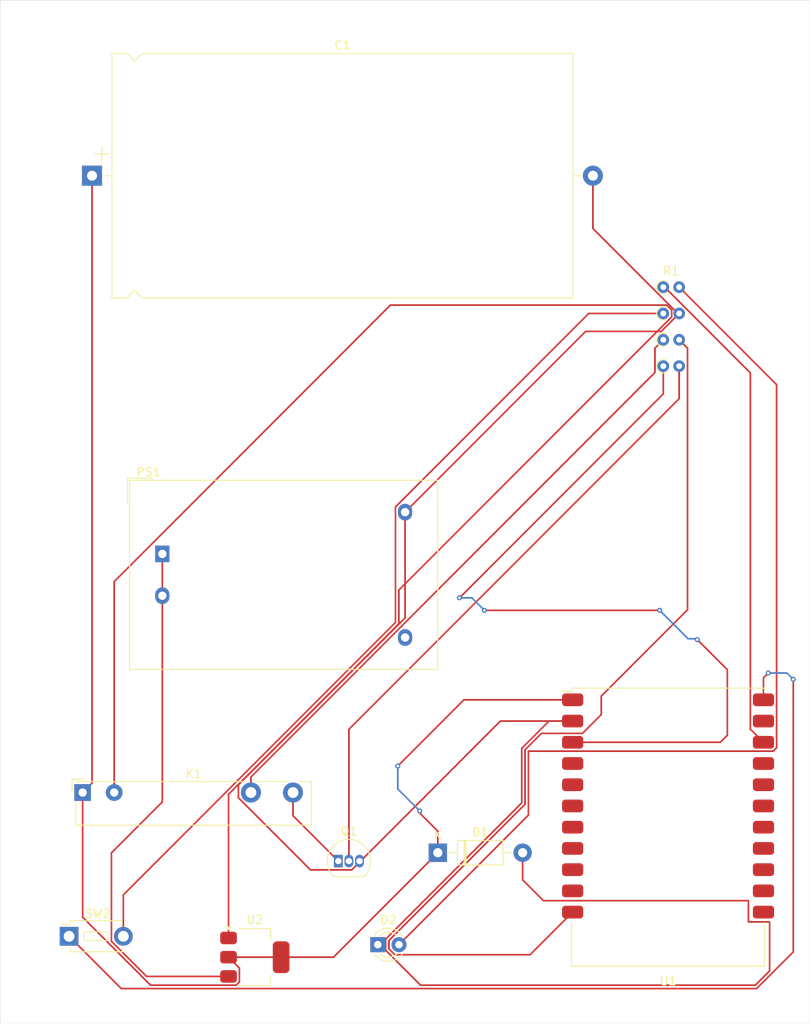
<source format=kicad_pcb>
(kicad_pcb (version 20241229) (generator "pcbnew") (generator_version "9.0")
  (layers (0 "F.Cu" signal) (2 "B.Cu" signal) (13 "F.Paste" user) (15 "B.Paste" user) (5 "F.SilkS" user "F.Silkscreen") (7 "B.SilkS" user "B.Silkscreen") (1 "F.Mask" user) (3 "B.Mask" user) (25 "Edge.Cuts" user))
  (net 0 "")
  (net 1 "GND")
  (net 2 "VCC")
  (net 3 "Net-(D2-A)")
  (net 4 "Net-(Q1-C)")
  (net 5 "Net-(K1-Pad13)")
  (net 6 "AC")
  (net 8 "Net-(Q1-B)")
  (net 9 "Net-(U1-GPIO-2)")
  (net 10 "Net-(R2-Pad1)")
  (net 11 "Net-(U1-GPIO5)")
  (net 12 "Net-(U1-GPIO1)")
  (net 13 "Net-(U1-GPIO4)")
  (footprint "Module:Olimex_MOD-WIFI-ESP8266-DEV" (layer "F.Cu") (at 196.5 130.905)
    (property "Reference" "U1" (at 0 20.955 0) (layer "F.SilkS"))
    (property "Value" "Olimex_MOD-WIFI-ESP8266-DEV")
    (fp_line (start -11.557 -14.097) (end -11.557 -13.716) (stroke (width 0.12)) (layer "F.SilkS"))
    (fp_line (start -11.557 -13.716) (end -12.827 -13.716) (stroke (width 0.12)) (layer "F.SilkS"))
    (fp_line (start -11.557 13.97) (end -11.557 19.177) (stroke (width 0.12)) (layer "F.SilkS"))
    (fp_line (start -11.557 19.177) (end 11.557 19.177) (stroke (width 0.12)) (layer "F.SilkS"))
    (fp_line (start 11.557 -14.097) (end -11.557 -14.097) (stroke (width 0.12)) (layer "F.SilkS"))
    (fp_line (start 11.557 -13.716) (end 11.557 -14.097) (stroke (width 0.12)) (layer "F.SilkS"))
    (fp_line (start 11.557 19.177) (end 11.557 13.97) (stroke (width 0.12)) (layer "F.SilkS"))
    (pad "1" smd roundrect (at -11.43 -12.7) (size 2.54 1.524) (layers "F.Cu" "F.Mask" "F.Paste") (net 2 "VCC"))
    (pad "2" smd roundrect (at -11.43 -10.16) (size 2.54 1.524) (layers "F.Cu" "F.Mask" "F.Paste") (net 1 "GND"))
    (pad "3" smd roundrect (at -11.43 -7.62) (size 2.54 1.524) (layers "F.Cu" "F.Mask" "F.Paste") (net 12 "Net-(U1-GPIO1)"))
    (pad "4" smd roundrect (at -11.43 -5.08) (size 2.54 1.524) (layers "F.Cu" "F.Mask" "F.Paste"))
    (pad "5" smd roundrect (at -11.43 -2.54) (size 2.54 1.524) (layers "F.Cu" "F.Mask" "F.Paste"))
    (pad "6" smd roundrect (at -11.43 0) (size 2.54 1.524) (layers "F.Cu" "F.Mask" "F.Paste"))
    (pad "7" smd roundrect (at -11.43 2.54) (size 2.54 1.524) (layers "F.Cu" "F.Mask" "F.Paste"))
    (pad "8" smd roundrect (at -11.43 5.08) (size 2.54 1.524) (layers "F.Cu" "F.Mask" "F.Paste"))
    (pad "9" smd roundrect (at -11.43 7.62) (size 2.54 1.524) (layers "F.Cu" "F.Mask" "F.Paste"))
    (pad "10" smd roundrect (at -11.43 10.16) (size 2.54 1.524) (layers "F.Cu" "F.Mask" "F.Paste"))
    (pad "11" smd roundrect (at -11.43 12.7) (size 2.54 1.524) (layers "F.Cu" "F.Mask" "F.Paste") (net 11 "Net-(U1-GPIO5)"))
    (pad "12" smd roundrect (at 11.43 12.7) (size 2.54 1.524) (layers "F.Cu" "F.Mask" "F.Paste"))
    (pad "13" smd roundrect (at 11.43 10.16) (size 2.54 1.524) (layers "F.Cu" "F.Mask" "F.Paste"))
    (pad "14" smd roundrect (at 11.43 7.62) (size 2.54 1.524) (layers "F.Cu" "F.Mask" "F.Paste"))
    (pad "15" smd roundrect (at 11.43 5.08) (size 2.54 1.524) (layers "F.Cu" "F.Mask" "F.Paste"))
    (pad "16" smd roundrect (at 11.43 2.54) (size 2.54 1.524) (layers "F.Cu" "F.Mask" "F.Paste"))
    (pad "17" smd roundrect (at 11.43 0) (size 2.54 1.524) (layers "F.Cu" "F.Mask" "F.Paste"))
    (pad "18" smd roundrect (at 11.43 -2.54) (size 2.54 1.524) (layers "F.Cu" "F.Mask" "F.Paste"))
    (pad "19" smd roundrect (at 11.43 -5.08) (size 2.54 1.524) (layers "F.Cu" "F.Mask" "F.Paste"))
    (pad "20" smd roundrect (at 11.43 -7.62) (size 2.54 1.524) (layers "F.Cu" "F.Mask" "F.Paste") (net 9 "Net-(U1-GPIO-2)"))
    (pad "21" smd roundrect (at 11.43 -10.16) (size 2.54 1.524) (layers "F.Cu" "F.Mask" "F.Paste"))
    (pad "22" smd roundrect (at 11.43 -12.7) (size 2.54 1.524) (layers "F.Cu" "F.Mask" "F.Paste") (net 13 "Net-(U1-GPIO4)"))
  )
  (footprint "Button_Switch_THT:SW_PUSH_1P1T_6x3.5mm_H4.3_APEM_MJTP1243" (layer "F.Cu") (at 124.75 146.5)
    (property "Reference" "SW2" (at 3.42 -2.7 0) (layer "F.SilkS"))
    (property "Value" "SW_Push")
    (fp_line (start 0.15 -1.85) (end 0.15 -1.39) (stroke (width 0.12)) (layer "F.SilkS"))
    (fp_line (start 0.15 -1.39) (end -0.85 -1.39) (stroke (width 0.12)) (layer "F.SilkS"))
    (fp_line (start 0.15 1.39) (end 0.15 1.85) (stroke (width 0.12)) (layer "F.SilkS"))
    (fp_line (start 0.15 1.85) (end 6.35 1.85) (stroke (width 0.12)) (layer "F.SilkS"))
    (fp_line (start 6.35 -1.85) (end 0.15 -1.85) (stroke (width 0.12)) (layer "F.SilkS"))
    (fp_line (start 6.35 -1.85) (end 6.35 -1.39) (stroke (width 0.12)) (layer "F.SilkS"))
    (fp_line (start 6.35 1.39) (end 6.35 1.85) (stroke (width 0.12)) (layer "F.SilkS"))
    (fp_rect (start 1.75 -0.55) (end 4.6 0.5) (stroke (width 0.12)) (fill no) (layer "F.SilkS"))
    (pad "1" thru_hole rect (at 0 0 90) (size 2.25 2.25) (drill 1.3) (layers "*.Cu" "*.Mask") (net 13 "Net-(U1-GPIO4)"))
    (pad "2" thru_hole circle (at 6.5 0 90) (size 2.25 2.25) (drill 1.3) (layers "*.Cu" "*.Mask") (net 10 "Net-(R2-Pad1)"))
  )
  (footprint "Resistor_THT:R_Axial_DIN0204_L3.6mm_D1.6mm_P1.90mm_Vertical" (layer "F.Cu") (at 195.93 71.98)
    (property "Reference" "R2" (hide yes))
    (property "Value" "R")
    (fp_arc (start 0.320095 0.749359) (mid -0.813042 -0.054435) (end 0.417133 -0.7) (stroke (width 0.12)) (layer "F.SilkS"))
    (pad "1" thru_hole circle (at 0 0) (size 1.4 1.4) (drill 0.7) (layers "*.Cu" "*.Mask") (net 10 "Net-(R2-Pad1)"))
    (pad "2" thru_hole oval (at 1.9 0) (size 1.4 1.4) (drill 0.7) (layers "*.Cu" "*.Mask") (net 1 "GND"))
  )
  (footprint "Package_TO_SOT_SMD:SOT-223-3_TabPin2" (layer "F.Cu") (at 147 149)
    (property "Reference" "U2" (at 0 -4.5 0) (layer "F.SilkS"))
    (property "Value" "AMS1117-3.3")
    (fp_line (start -1.85 -3.41) (end 1.91 -3.41) (stroke (width 0.12)) (layer "F.SilkS"))
    (fp_line (start -1.85 3.41) (end 1.91 3.41) (stroke (width 0.12)) (layer "F.SilkS"))
    (fp_line (start 1.91 -3.41) (end 1.91 -2.15) (stroke (width 0.12)) (layer "F.SilkS"))
    (fp_line (start 1.91 3.41) (end 1.91 2.15) (stroke (width 0.12)) (layer "F.SilkS"))
    (fp_poly (pts (xy -3.13 -3.31) (xy -3.37 -3.64) (xy -2.89 -3.64) (xy -3.13 -3.31)) (stroke (width 0.12)) (fill yes) (layer "F.SilkS"))
    (pad "1" smd roundrect (at -3.15 -2.3) (size 2 1.5) (layers "F.Cu" "F.Mask" "F.Paste") (net 1 "GND"))
    (pad "2" smd roundrect (at -3.15 0) (size 2 1.5) (layers "F.Cu" "F.Mask" "F.Paste") (net 2 "VCC"))
    (pad "2" smd roundrect (at 3.15 0) (size 2 3.8) (layers "F.Cu" "F.Mask" "F.Paste") (net 2 "VCC"))
    (pad "3" smd roundrect (at -3.15 2.3) (size 2 1.5) (layers "F.Cu" "F.Mask" "F.Paste") (net 6 "AC"))
  )
  (footprint "Relay_THT:Relay_SPST-NO_Fujitsu_FTR-LYAA005x_FormA_Vertical" (layer "F.Cu") (at 126.3725 129.2975)
    (property "Reference" "K1" (at 13.3 -2.25 0) (layer "F.SilkS"))
    (property "Value" "Fujitsu_FTR-LYAA005x")
    (fp_line (start -1.26 -1.61) (end 0.24 -1.61) (stroke (width 0.12)) (layer "F.SilkS"))
    (fp_line (start -1.26 -0.11) (end -1.26 -1.61) (stroke (width 0.12)) (layer "F.SilkS"))
    (fp_line (start -0.81 3.91) (end -0.81 1.3) (stroke (width 0.12)) (layer "F.SilkS"))
    (fp_line (start -0.81 3.91) (end 27.41 3.91) (stroke (width 0.12)) (layer "F.SilkS"))
    (fp_line (start 19.4 -1.31) (end -0.81 -1.31) (stroke (width 0.12)) (layer "F.SilkS"))
    (fp_line (start 20.94 -1.31) (end 24.42 -1.31) (stroke (width 0.12)) (layer "F.SilkS"))
    (fp_line (start 26 -1.31) (end 27.41 -1.31) (stroke (width 0.12)) (layer "F.SilkS"))
    (fp_line (start 27.41 3.91) (end 27.41 -1.31) (stroke (width 0.12)) (layer "F.SilkS"))
    (pad "13" thru_hole circle (at 20.16 0) (size 2.4 2.4) (drill 1.3) (layers "*.Cu" "*.Mask") (net 5 "Net-(K1-Pad13)"))
    (pad "14" thru_hole circle (at 25.2 0) (size 2.4 2.4) (drill 1.3) (layers "*.Cu" "*.Mask") (net 4 "Net-(Q1-C)"))
    (pad "A1" thru_hole rect (at 0 0) (size 2 2) (drill 1) (layers "*.Cu" "*.Mask") (net 2 "VCC"))
    (pad "A2" thru_hole circle (at 3.78 0) (size 2 2) (drill 1) (layers "*.Cu" "*.Mask") (net 1 "GND"))
  )
  (footprint "Resistor_THT:R_Axial_DIN0204_L3.6mm_D1.6mm_P1.90mm_Vertical" (layer "F.Cu") (at 195.93 68.83)
    (property "Reference" "R1" (at 0.95 -1.92 0) (layer "F.SilkS"))
    (property "Value" "R")
    (fp_arc (start 0.320095 0.749359) (mid -0.813042 -0.054435) (end 0.417133 -0.7) (stroke (width 0.12)) (layer "F.SilkS"))
    (pad "1" thru_hole circle (at 0 0) (size 1.4 1.4) (drill 0.7) (layers "*.Cu" "*.Mask") (net 9 "Net-(U1-GPIO-2)"))
    (pad "2" thru_hole oval (at 1.9 0) (size 1.4 1.4) (drill 0.7) (layers "*.Cu" "*.Mask") (net 3 "Net-(D2-A)"))
  )
  (footprint "Capacitor_THT:CP_Axial_L55.0mm_D29.0mm_P60.00mm_Horizontal" (layer "F.Cu") (at 127.5 55.5)
    (property "Reference" "C1" (at 30 -15.62 0) (layer "F.SilkS"))
    (property "Value" "C")
    (fp_line (start 0.28 -2.6) (end 2.08 -2.6) (stroke (width 0.12)) (layer "F.SilkS"))
    (fp_line (start 1.18 -3.5) (end 1.18 -1.7) (stroke (width 0.12)) (layer "F.SilkS"))
    (fp_line (start 1.44 0) (end 2.38 0) (stroke (width 0.12)) (layer "F.SilkS"))
    (fp_line (start 2.38 -14.62) (end 2.38 14.62) (stroke (width 0.12)) (layer "F.SilkS"))
    (fp_line (start 2.38 -14.62) (end 4.18 -14.62) (stroke (width 0.12)) (layer "F.SilkS"))
    (fp_line (start 2.38 14.62) (end 4.18 14.62) (stroke (width 0.12)) (layer "F.SilkS"))
    (fp_line (start 4.18 -14.62) (end 5.08 -13.72) (stroke (width 0.12)) (layer "F.SilkS"))
    (fp_line (start 4.18 14.62) (end 5.08 13.72) (stroke (width 0.12)) (layer "F.SilkS"))
    (fp_line (start 5.08 -13.72) (end 5.98 -14.62) (stroke (width 0.12)) (layer "F.SilkS"))
    (fp_line (start 5.08 13.72) (end 5.98 14.62) (stroke (width 0.12)) (layer "F.SilkS"))
    (fp_line (start 5.98 -14.62) (end 57.62 -14.62) (stroke (width 0.12)) (layer "F.SilkS"))
    (fp_line (start 5.98 14.62) (end 57.62 14.62) (stroke (width 0.12)) (layer "F.SilkS"))
    (fp_line (start 57.62 -14.62) (end 57.62 14.62) (stroke (width 0.12)) (layer "F.SilkS"))
    (fp_line (start 58.56 0) (end 57.62 0) (stroke (width 0.12)) (layer "F.SilkS"))
    (pad "1" thru_hole rect (at 0 0) (size 2.4 2.4) (drill 1.2) (layers "*.Cu" "*.Mask") (net 2 "VCC"))
    (pad "2" thru_hole circle (at 60 0) (size 2.4 2.4) (drill 1.2) (layers "*.Cu" "*.Mask") (net 1 "GND"))
  )
  (footprint "Resistor_THT:R_Axial_DIN0204_L3.6mm_D1.6mm_P1.90mm_Vertical" (layer "F.Cu") (at 195.93 75.13)
    (property "Reference" "R3" (hide yes))
    (property "Value" "R")
    (fp_arc (start 0.320095 0.749359) (mid -0.813042 -0.054435) (end 0.417133 -0.7) (stroke (width 0.12)) (layer "F.SilkS"))
    (pad "1" thru_hole circle (at 0 0) (size 1.4 1.4) (drill 0.7) (layers "*.Cu" "*.Mask") (net 5 "Net-(K1-Pad13)"))
    (pad "2" thru_hole oval (at 1.9 0) (size 1.4 1.4) (drill 0.7) (layers "*.Cu" "*.Mask") (net 11 "Net-(U1-GPIO5)"))
  )
  (footprint "Resistor_THT:R_Axial_DIN0204_L3.6mm_D1.6mm_P1.90mm_Vertical" (layer "F.Cu") (at 195.93 78.28)
    (property "Reference" "R4" (hide yes))
    (property "Value" "R")
    (fp_arc (start 0.320095 0.749359) (mid -0.813042 -0.054435) (end 0.417133 -0.7) (stroke (width 0.12)) (layer "F.SilkS"))
    (pad "1" thru_hole circle (at 0 0) (size 1.4 1.4) (drill 0.7) (layers "*.Cu" "*.Mask") (net 12 "Net-(U1-GPIO1)"))
    (pad "2" thru_hole oval (at 1.9 0) (size 1.4 1.4) (drill 0.7) (layers "*.Cu" "*.Mask") (net 8 "Net-(Q1-B)"))
  )
  (footprint "Diode_THT:D_DO-41_SOD81_P10.16mm_Horizontal" (layer "F.Cu") (at 168.92 136.5)
    (property "Reference" "D1" (at 5.08 -2.47 0) (layer "F.SilkS"))
    (property "Value" "1N4007")
    (fp_line (start 1.34 0) (end 2.36 0) (stroke (width 0.12)) (layer "F.SilkS"))
    (fp_line (start 2.36 -1.47) (end 2.36 1.47) (stroke (width 0.12)) (layer "F.SilkS"))
    (fp_line (start 2.36 1.47) (end 7.8 1.47) (stroke (width 0.12)) (layer "F.SilkS"))
    (fp_line (start 3.14 -1.47) (end 3.14 1.47) (stroke (width 0.12)) (layer "F.SilkS"))
    (fp_line (start 3.26 -1.47) (end 3.26 1.47) (stroke (width 0.12)) (layer "F.SilkS"))
    (fp_line (start 3.38 -1.47) (end 3.38 1.47) (stroke (width 0.12)) (layer "F.SilkS"))
    (fp_line (start 7.8 -1.47) (end 2.36 -1.47) (stroke (width 0.12)) (layer "F.SilkS"))
    (fp_line (start 7.8 1.47) (end 7.8 -1.47) (stroke (width 0.12)) (layer "F.SilkS"))
    (fp_line (start 8.82 0) (end 7.8 0) (stroke (width 0.12)) (layer "F.SilkS"))
    (fp_text user "K" (at 0 -2.1 0) (layer "F.SilkS"))
    (pad "1" thru_hole rect (at 0 0) (size 2.2 2.2) (drill 1.1) (layers "*.Cu" "*.Mask") (net 2 "VCC"))
    (pad "2" thru_hole oval (at 10.16 0) (size 2.2 2.2) (drill 1.1) (layers "*.Cu" "*.Mask") (net 1 "GND"))
  )
  (footprint "Package_TO_SOT_THT:TO-92_Inline" (layer "F.Cu") (at 157 137.5)
    (property "Reference" "Q1" (at 1.27 -3.56 0) (layer "F.SilkS"))
    (property "Value" "BC547")
    (fp_line (start -0.53 1.85) (end 3.07 1.85) (stroke (width 0.12)) (layer "F.SilkS"))
    (fp_arc (start -0.568478 1.838478) (mid -1.132087 -0.994977) (end 1.27 -2.6) (stroke (width 0.12)) (layer "F.SilkS"))
    (fp_arc (start 1.27 -2.6) (mid 3.672087 -0.994977) (end 3.108478 1.838478) (stroke (width 0.12)) (layer "F.SilkS"))
    (pad "1" thru_hole rect (at 0 0) (size 1.05 1.5) (drill 0.75) (layers "*.Cu" "*.Mask") (net 4 "Net-(Q1-C)"))
    (pad "2" thru_hole oval (at 1.27 0) (size 1.05 1.5) (drill 0.75) (layers "*.Cu" "*.Mask") (net 8 "Net-(Q1-B)"))
    (pad "3" thru_hole oval (at 2.54 0) (size 1.05 1.5) (drill 0.75) (layers "*.Cu" "*.Mask") (net 1 "GND"))
  )
  (footprint "LED_THT:LED_D3.0mm" (layer "F.Cu") (at 161.73 147.5)
    (property "Reference" "D2" (at 1.27 -2.96 0) (layer "F.SilkS"))
    (property "Value" "LED")
    (fp_line (start -0.29 -1.236) (end -0.29 -1.08) (stroke (width 0.12)) (layer "F.SilkS"))
    (fp_line (start -0.29 1.08) (end -0.29 1.236) (stroke (width 0.12)) (layer "F.SilkS"))
    (fp_arc (start -0.29 -1.235516) (mid 1.365624 -1.987701) (end 2.941397 -1.080061) (stroke (width 0.12)) (layer "F.SilkS"))
    (fp_arc (start 0.229039 -1.08) (mid 1.269964 -1.5) (end 2.31091 -1.080049) (stroke (width 0.12)) (layer "F.SilkS"))
    (fp_arc (start 2.31091 1.080049) (mid 1.269964 1.5) (end 0.229039 1.08) (stroke (width 0.12)) (layer "F.SilkS"))
    (fp_arc (start 2.941397 1.080061) (mid 1.365624 1.987701) (end -0.29 1.235516) (stroke (width 0.12)) (layer "F.SilkS"))
    (pad "1" thru_hole rect (at 0 0) (size 1.8 1.8) (drill 0.9) (layers "*.Cu" "*.Mask") (net 1 "GND"))
    (pad "2" thru_hole circle (at 2.54 0) (size 1.8 1.8) (drill 0.9) (layers "*.Cu" "*.Mask") (net 3 "Net-(D2-A)"))
  )
  (footprint "Converter_ACDC:Converter_ACDC_Hi-Link_HLK-PMxx" (layer "F.Cu") (at 135.92 100.75)
    (property "Reference" "PS1" (at -1.66 -9.79 0) (layer "F.SilkS"))
    (property "Value" "HLK-PM01")
    (fp_line (start -4.16 -9.05) (end -1.16 -9.05) (stroke (width 0.12)) (layer "F.SilkS"))
    (fp_line (start -4.16 -6.05) (end -4.16 -9.05) (stroke (width 0.12)) (layer "F.SilkS"))
    (fp_line (start -3.92 -8.81) (end -3.92 13.81) (stroke (width 0.12)) (layer "F.SilkS"))
    (fp_line (start -3.92 -8.81) (end 33 -8.81) (stroke (width 0.12)) (layer "F.SilkS"))
    (fp_line (start -3.92 13.81) (end 33 13.81) (stroke (width 0.12)) (layer "F.SilkS"))
    (fp_line (start 33 -8.81) (end 33 13.81) (stroke (width 0.12)) (layer "F.SilkS"))
    (pad "1" thru_hole rect (at 0 0) (size 1.7 2) (drill 1) (layers "*.Cu" "*.Mask") (net 6 "AC"))
    (pad "2" thru_hole oval (at 0 5) (size 1.7 2) (drill 1) (layers "*.Cu" "*.Mask") (net 6 "AC"))
    (pad "3" thru_hole oval (at 29.08 -5) (size 1.7 2) (drill 1) (layers "*.Cu" "*.Mask") (net 1 "GND"))
    (pad "4" thru_hole oval (at 29.08 10) (size 1.7 2) (drill 1) (layers "*.Cu" "*.Mask"))
  )
  (gr_rect (start 116.5 34.5) (end 213.5 157) (stroke (width 0.05)) (fill no) (layer "Edge.Cuts"))
  (segment (start 178.970528 130.533901) (end 178.970528 124.0158) (width 0.2) (layer "F.Cu") (net 1))
  (segment (start 187.5 55.5) (end 187.5 61.815628) (width 0.2) (layer "F.Cu") (net 1))
  (segment (start 187.5 61.815628) (end 197.664372 71.98) (width 0.2) (layer "F.Cu") (net 1))
  (segment (start 162.668 146.836429) (end 178.970528 130.533901) (width 0.2) (layer "F.Cu") (net 1))
  (segment (start 145.0315 129.919235) (end 153.663265 138.551) (width 0.2) (layer "F.Cu") (net 1))
  (segment (start 196.931 71.565372) (end 196.931 72.394628) (width 0.2) (layer "F.Cu") (net 1))
  (segment (start 206.126 144.774) (end 208.606836 144.774) (width 0.2) (layer "F.Cu") (net 1))
  (segment (start 196.344628 70.979) (end 196.931 71.565372) (width 0.2) (layer "F.Cu") (net 1))
  (segment (start 143.85 129.511472) (end 143.85 146.7) (width 0.2) (layer "F.Cu") (net 1))
  (segment (start 163.239 70.979) (end 196.344628 70.979) (width 0.2) (layer "F.Cu") (net 1))
  (segment (start 196.931 72.394628) (end 164.25 105.075628) (width 0.2) (layer "F.Cu") (net 1))
  (segment (start 186.621 74.129) (end 195.681 74.129) (width 0.2) (layer "F.Cu") (net 1))
  (segment (start 208.666 144.833164) (end 208.666 150.631836) (width 0.2) (layer "F.Cu") (net 1))
  (segment (start 208.606836 144.774) (end 208.666 144.833164) (width 0.2) (layer "F.Cu") (net 1))
  (segment (start 178.970528 124.0158) (end 182.241328 120.745) (width 0.2) (layer "F.Cu") (net 1))
  (segment (start 181.5711 142.234) (end 206.066836 142.234) (width 0.2) (layer "F.Cu") (net 1))
  (segment (start 164.25 109.111472) (end 143.85 129.511472) (width 0.2) (layer "F.Cu") (net 1))
  (segment (start 195.681 74.129) (end 197.83 71.98) (width 0.2) (layer "F.Cu") (net 1))
  (segment (start 206.126 142.293164) (end 206.126 144.774) (width 0.2) (layer "F.Cu") (net 1))
  (segment (start 130.1525 129.2975) (end 130.1525 104.0655) (width 0.2) (layer "F.Cu") (net 1))
  (segment (start 166.855429 152.351) (end 162.668 148.163571) (width 0.2) (layer "F.Cu") (net 1))
  (segment (start 162.668 148.163571) (end 162.668 146.836429) (width 0.2) (layer "F.Cu") (net 1))
  (segment (start 153.663265 138.551) (end 158.61214 138.551) (width 0.2) (layer "F.Cu") (net 1))
  (segment (start 130.1525 104.0655) (end 163.239 70.979) (width 0.2) (layer "F.Cu") (net 1))
  (segment (start 206.946836 152.351) (end 166.855429 152.351) (width 0.2) (layer "F.Cu") (net 1))
  (segment (start 158.61214 138.551) (end 176.41814 120.745) (width 0.2) (layer "F.Cu") (net 1))
  (segment (start 165 108.40514) (end 145.0315 128.37364) (width 0.2) (layer "F.Cu") (net 1))
  (segment (start 165 95.75) (end 186.621 74.129) (width 0.2) (layer "F.Cu") (net 1))
  (segment (start 197.664372 71.98) (end 197.83 71.98) (width 0.2) (layer "F.Cu") (net 1))
  (segment (start 182.241328 120.745) (end 185.07 120.745) (width 0.2) (layer "F.Cu") (net 1))
  (segment (start 179.08 139.7429) (end 181.5711 142.234) (width 0.2) (layer "F.Cu") (net 1))
  (segment (start 165 95.75) (end 165 108.40514) (width 0.2) (layer "F.Cu") (net 1))
  (segment (start 145.0315 128.37364) (end 145.0315 129.919235) (width 0.2) (layer "F.Cu") (net 1))
  (segment (start 208.666 150.631836) (end 206.946836 152.351) (width 0.2) (layer "F.Cu") (net 1))
  (segment (start 164.25 105.075628) (end 164.25 109.111472) (width 0.2) (layer "F.Cu") (net 1))
  (segment (start 179.08 136.5) (end 179.08 139.7429) (width 0.2) (layer "F.Cu") (net 1))
  (segment (start 206.066836 142.234) (end 206.126 142.293164) (width 0.2) (layer "F.Cu") (net 1))
  (segment (start 176.41814 120.745) (end 185.07 120.745) (width 0.2) (layer "F.Cu") (net 1))
  (segment (start 164.125 126.125) (end 164 126.25) (width 0.2) (layer "F.Cu") (net 2))
  (segment (start 172.045 118.205) (end 164.125 126.125) (width 0.2) (layer "F.Cu") (net 2))
  (segment (start 150.15 149) (end 156.42 149) (width 0.2) (layer "F.Cu") (net 2))
  (segment (start 143.85 149) (end 150.15 149) (width 0.2) (layer "F.Cu") (net 2))
  (segment (start 168.92 133.92) (end 168.92 136.5) (width 0.2) (layer "F.Cu") (net 2))
  (segment (start 126.3725 129.2975) (end 127.5 128.17) (width 0.2) (layer "F.Cu") (net 2))
  (segment (start 166.75 131.5) (end 166.75 131.75) (width 0.2) (layer "F.Cu") (net 2))
  (segment (start 126.3725 144.206269) (end 134.517231 152.351) (width 0.2) (layer "F.Cu") (net 2))
  (segment (start 166.75 131.75) (end 168.92 133.92) (width 0.2) (layer "F.Cu") (net 2))
  (segment (start 134.517231 152.351) (end 144.755008 152.351) (width 0.2) (layer "F.Cu") (net 2))
  (segment (start 144.755008 152.351) (end 145.151 151.955008) (width 0.2) (layer "F.Cu") (net 2))
  (segment (start 126.3725 129.2975) (end 126.3725 144.206269) (width 0.2) (layer "F.Cu") (net 2))
  (segment (start 145.151 150.301) (end 143.85 149) (width 0.2) (layer "F.Cu") (net 2))
  (segment (start 127.5 128.17) (end 127.5 55.5) (width 0.2) (layer "F.Cu") (net 2))
  (segment (start 185.07 118.205) (end 172.045 118.205) (width 0.2) (layer "F.Cu") (net 2))
  (segment (start 156.42 149) (end 168.92 136.5) (width 0.2) (layer "F.Cu") (net 2))
  (segment (start 145.151 151.955008) (end 145.151 150.301) (width 0.2) (layer "F.Cu") (net 2))
  (via (at 164.125 126.125) (size 0.6) (drill 0.3) (layers "F.Cu" "B.Cu") (net 2))
  (via (at 166.75 131.5) (size 0.6) (drill 0.3) (layers "F.Cu" "B.Cu") (net 2))
  (segment (start 164.125 128.875) (end 166.75 131.5) (width 0.2) (layer "B.Cu") (net 2))
  (segment (start 164.125 126.125) (end 164.125 128.875) (width 0.2) (layer "B.Cu") (net 2))
  (segment (start 209.501 123.948494) (end 209.501 80.501) (width 0.2) (layer "F.Cu") (net 3))
  (segment (start 179.772528 131.997472) (end 179.772528 124.348) (width 0.2) (layer "F.Cu") (net 3))
  (segment (start 209.101494 124.348) (end 209.501 123.948494) (width 0.2) (layer "F.Cu") (net 3))
  (segment (start 164.27 147.5) (end 179.772528 131.997472) (width 0.2) (layer "F.Cu") (net 3))
  (segment (start 179.772528 124.348) (end 209.101494 124.348) (width 0.2) (layer "F.Cu") (net 3))
  (segment (start 209.501 80.501) (end 197.83 68.83) (width 0.2) (layer "F.Cu") (net 3))
  (segment (start 151.5725 132.0725) (end 157 137.5) (width 0.2) (layer "F.Cu") (net 4))
  (segment (start 151.5725 129.2975) (end 151.5725 132.0725) (width 0.2) (layer "F.Cu") (net 4))
  (segment (start 146.5325 127.43974) (end 146.5325 129.2975) (width 0.2) (layer "F.Cu") (net 5))
  (segment (start 194.929 79.04324) (end 146.5325 127.43974) (width 0.2) (layer "F.Cu") (net 5))
  (segment (start 194.929 76.131) (end 194.929 79.04324) (width 0.2) (layer "F.Cu") (net 5))
  (segment (start 195.93 75.13) (end 194.929 76.131) (width 0.2) (layer "F.Cu") (net 5))
  (segment (start 135.92 130.42) (end 129.824 136.516) (width 0.2) (layer "F.Cu") (net 6))
  (segment (start 135.92 100.75) (end 135.92 105.75) (width 0.2) (layer "F.Cu") (net 6))
  (segment (start 135.92 105.75) (end 135.92 130.42) (width 0.2) (layer "F.Cu") (net 6))
  (segment (start 129.824 136.516) (end 129.824 147.090669) (width 0.2) (layer "F.Cu") (net 6))
  (segment (start 134.033331 151.3) (end 143.85 151.3) (width 0.2) (layer "F.Cu") (net 6))
  (segment (start 129.824 147.090669) (end 134.033331 151.3) (width 0.2) (layer "F.Cu") (net 6))
  (segment (start 158.27 137.5) (end 158.27 121.73) (width 0.2) (layer "F.Cu") (net 8))
  (segment (start 158.27 121.73) (end 197.83 82.17) (width 0.2) (layer "F.Cu") (net 8))
  (segment (start 197.83 82.17) (end 197.83 78.28) (width 0.2) (layer "F.Cu") (net 8))
  (segment (start 206.359 79.093372) (end 206.359 121.714) (width 0.2) (layer "F.Cu") (net 9))
  (segment (start 195.93 68.83) (end 196.095628 68.83) (width 0.2) (layer "F.Cu") (net 9))
  (segment (start 196.095628 68.83) (end 206.359 79.093372) (width 0.2) (layer "F.Cu") (net 9))
  (segment (start 206.359 121.714) (end 207.93 123.285) (width 0.2) (layer "F.Cu") (net 9))
  (segment (start 163.849 95.12324) (end 186.99224 71.98) (width 0.2) (layer "F.Cu") (net 10))
  (segment (start 186.99224 71.98) (end 195.93 71.98) (width 0.2) (layer "F.Cu") (net 10))
  (segment (start 163.849 108.945372) (end 163.849 95.12324) (width 0.2) (layer "F.Cu") (net 10))
  (segment (start 131.25 146.5) (end 131.25 141.544372) (width 0.2) (layer "F.Cu") (net 10))
  (segment (start 131.25 141.544372) (end 163.849 108.945372) (width 0.2) (layer "F.Cu") (net 10))
  (segment (start 163.772529 148.701) (end 179.974 148.701) (width 0.2) (layer "F.Cu") (net 11))
  (segment (start 163.069 147.997471) (end 163.772529 148.701) (width 0.2) (layer "F.Cu") (net 11))
  (segment (start 188.5 117.762164) (end 188.5 119.963494) (width 0.2) (layer "F.Cu") (net 11))
  (segment (start 179.974 148.701) (end 185.07 143.605) (width 0.2) (layer "F.Cu") (net 11))
  (segment (start 197.83 75.13) (end 198.831 76.131) (width 0.2) (layer "F.Cu") (net 11))
  (segment (start 179.371528 124.1819) (end 179.371528 130.700001) (width 0.2) (layer "F.Cu") (net 11))
  (segment (start 186.241494 122.222) (end 181.331428 122.222) (width 0.2) (layer "F.Cu") (net 11))
  (segment (start 181.331428 122.222) (end 179.371528 124.1819) (width 0.2) (layer "F.Cu") (net 11))
  (segment (start 163.069 147.002529) (end 163.069 147.997471) (width 0.2) (layer "F.Cu") (net 11))
  (segment (start 179.371528 130.700001) (end 163.069 147.002529) (width 0.2) (layer "F.Cu") (net 11))
  (segment (start 198.831 107.431164) (end 188.5 117.762164) (width 0.2) (layer "F.Cu") (net 11))
  (segment (start 198.831 76.131) (end 198.831 107.431164) (width 0.2) (layer "F.Cu") (net 11))
  (segment (start 188.5 119.963494) (end 186.241494 122.222) (width 0.2) (layer "F.Cu") (net 11))
  (segment (start 195.93 78.28) (end 195.93 81.59776) (width 0.2) (layer "F.Cu") (net 12))
  (segment (start 203.601 114.601) (end 203.601 122.446836) (width 0.2) (layer "F.Cu") (net 12))
  (segment (start 174.5 107.5) (end 195.5 107.5) (width 0.2) (layer "F.Cu") (net 12))
  (segment (start 203.601 122.446836) (end 202.762836 123.285) (width 0.2) (layer "F.Cu") (net 12))
  (segment (start 171.52776 106) (end 171.5 106) (width 0.2) (layer "F.Cu") (net 12))
  (segment (start 200 111) (end 203.601 114.601) (width 0.2) (layer "F.Cu") (net 12))
  (segment (start 195.93 81.59776) (end 171.52776 106) (width 0.2) (layer "F.Cu") (net 12))
  (segment (start 202.762836 123.285) (end 185.07 123.285) (width 0.2) (layer "F.Cu") (net 12))
  (via (at 171.5 106) (size 0.6) (drill 0.3) (layers "F.Cu" "B.Cu") (net 12))
  (via (at 200 111) (size 0.6) (drill 0.3) (layers "F.Cu" "B.Cu") (net 12))
  (via (at 174.5 107.5) (size 0.6) (drill 0.3) (layers "F.Cu" "B.Cu") (net 12))
  (via (at 195.5 107.5) (size 0.6) (drill 0.3) (layers "F.Cu" "B.Cu") (net 12))
  (segment (start 173 106) (end 174.5 107.5) (width 0.2) (layer "B.Cu") (net 12))
  (segment (start 171.5 106) (end 173 106) (width 0.2) (layer "B.Cu") (net 12))
  (segment (start 198.899 110.899) (end 200 110.899) (width 0.2) (layer "B.Cu") (net 12))
  (segment (start 195.5 107.5) (end 198.899 110.899) (width 0.2) (layer "B.Cu") (net 12))
  (segment (start 131.002 152.752) (end 207.112936 152.752) (width 0.2) (layer "F.Cu") (net 13))
  (segment (start 208.5 115) (end 207.93 115.57) (width 0.2) (layer "F.Cu") (net 13))
  (segment (start 124.75 146.5) (end 131.002 152.752) (width 0.2) (layer "F.Cu") (net 13))
  (segment (start 207.112936 152.752) (end 211.5 148.364936) (width 0.2) (layer "F.Cu") (net 13))
  (segment (start 207.93 115.57) (end 207.93 118.205) (width 0.2) (layer "F.Cu") (net 13))
  (segment (start 211.5 148.364936) (end 211.5 115.75) (width 0.2) (layer "F.Cu") (net 13))
  (via (at 208.5 115) (size 0.6) (drill 0.3) (layers "F.Cu" "B.Cu") (net 13))
  (via (at 211.5 115.75) (size 0.6) (drill 0.3) (layers "F.Cu" "B.Cu") (net 13))
  (segment (start 211.5 115.75) (end 210.75 115) (width 0.2) (layer "B.Cu") (net 13))
  (segment (start 210.75 115) (end 208.601 115) (width 0.2) (layer "B.Cu") (net 13))
)
</source>
